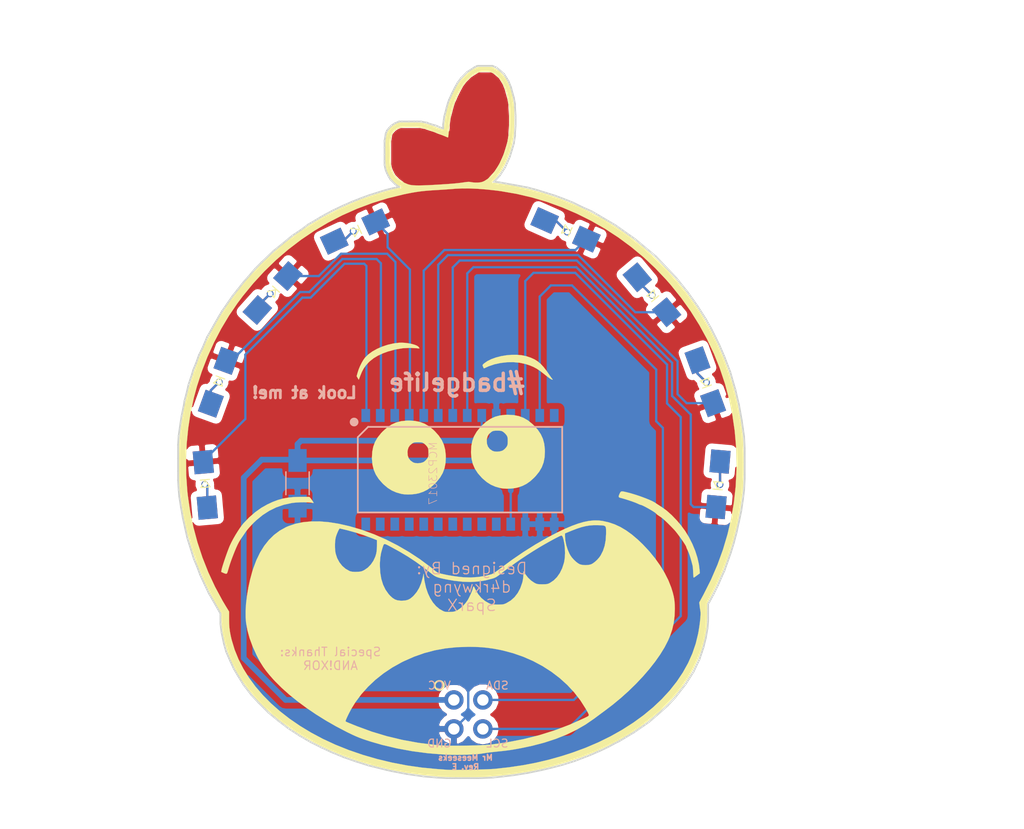
<source format=kicad_pcb>
(kicad_pcb (version 4) (host pcbnew 4.0.7)
  (layers (0 F.Cu signal) (31 B.Cu signal) (34 B.Paste user) (35 F.Paste user) (36 B.SilkS user) (37 F.SilkS user) (38 B.Mask user) (39 F.Mask user) (44 Edge.Cuts user))
  (net 0 "")
  (net 1 +3V3)
  (net 2 GND)
  (net 3 "Net-(D1-Pad2)")
  (net 4 "Net-(D2-Pad2)")
  (net 5 "Net-(D3-Pad2)")
  (net 6 "Net-(D4-Pad2)")
  (net 7 "Net-(D5-Pad2)")
  (net 8 "Net-(D6-Pad2)")
  (net 9 "Net-(D7-Pad2)")
  (net 10 "Net-(D8-Pad2)")
  (net 11 "Net-(R1-Pad1)")
  (net 12 "Net-(R2-Pad1)")
  (net 13 "Net-(R3-Pad1)")
  (net 14 "Net-(R4-Pad1)")
  (net 15 "Net-(R5-Pad1)")
  (net 16 "Net-(R6-Pad1)")
  (net 17 "Net-(R7-Pad1)")
  (net 18 "Net-(R8-Pad1)")
  (net 19 "Net-(R9-Pad1)")
  (net 20 scl)
  (net 21 sda)
  (net 22 "Net-(U1-Pad19)")
  (net 23 "Net-(U1-Pad20)")
  (net 24 "Net-(U1-Pad22)")
  (net 25 "Net-(U1-Pad23)")
  (net 26 "Net-(U1-Pad24)")
  (net 27 "Net-(U1-Pad25)")
  (net 28 "Net-(U1-Pad26)")
  (net 29 "Net-(U1-Pad27)")
  (net 30 "Net-(U1-Pad28)")
  (module mrmeeseeks-addon-design:soldermask (layer F.Cu) (at 99.06 96.52)
    (fp_text reference G*** hide)
    (fp_text value LOGO hide)
  )
  (module mrmeeseeks-design:silkscreen (layer F.Cu) (at 99.05746 96.52254)
    (fp_text reference G*** hide)
    (fp_text value LOGO hide)
  )
  (module mrmeeseeks-addon:Badgelife-Shitty-2x2 (layer F.Cu) (at 99.695 122.174)
    (fp_text reference X1)
    (fp_text value Badgelife_shitty_connector)
    (fp_text user SDA (at 2.54 -2.54) (layer B.SilkS) (effects (font (size 0.7 0.7) (thickness 0.1)) (justify mirror)))
    (fp_text user SCL (at 2.54 2.54) (layer B.SilkS) (effects (font (size 0.7 0.7) (thickness 0.1)) (justify mirror)))
    (fp_text user GND (at -2.54 2.54) (layer B.SilkS) (effects (font (size 0.7 0.7) (thickness 0.1)) (justify mirror)))
    (fp_text user VCC (at -2.54 -2.54) (layer B.SilkS) (effects (font (size 0.7 0.7) (thickness 0.1)) (justify mirror)))
    (pad 4 thru_hole circle (at 1.27 -1.27) (size 1.7 1.7) (drill 1) (layers *.Cu *.Mask) (net 21 sda))
    (pad 3 thru_hole oval (at 1.27 1.27) (size 1.7 1.7) (drill 1) (layers *.Cu *.Mask) (net 20 scl))
    (pad 1 thru_hole oval (at -1.27 -1.27) (size 1.7 1.7) (drill 1) (layers *.Cu *.Mask) (net 1 +3V3))
    (pad 2 thru_hole oval (at -1.27 1.27) (size 1.7 1.7) (drill 1) (layers *.Cu *.Mask) (net 2 GND))
  )
  (module mrmeeseeks-addon:R_1206_HandSoldering_NoSilk (layer B.Cu) (at 115.7732 85.3948 130)
    (fp_text reference R6)
    (fp_text value 220)
    (pad 1 smd rect (at -2 0 130) (size 2 1.7) (layers B.Cu B.Paste B.Mask) (net 16 "Net-(R6-Pad1)"))
    (pad 2 smd rect (at 2 0 130) (size 2 1.7) (layers B.Cu B.Paste B.Mask) (net 8 "Net-(D6-Pad2)"))
  )
  (module mrmeeseeks-addon:R_1206_HandSoldering_NoSilk (layer B.Cu) (at 76.6572 102.0572 275)
    (fp_text reference R1)
    (fp_text value 220)
    (pad 1 smd rect (at -2 0 275) (size 2 1.7) (layers B.Cu B.Paste B.Mask) (net 11 "Net-(R1-Pad1)"))
    (pad 2 smd rect (at 2 0 275) (size 2 1.7) (layers B.Cu B.Paste B.Mask) (net 3 "Net-(D1-Pad2)"))
  )
  (module mrmeeseeks-addon:R_1206_HandSoldering_NoSilk (layer B.Cu) (at 77.8256 93.0656 250)
    (fp_text reference R2)
    (fp_text value 220)
    (pad 1 smd rect (at -2 0 250) (size 2 1.7) (layers B.Cu B.Paste B.Mask) (net 12 "Net-(R2-Pad1)"))
    (pad 2 smd rect (at 2 0 250) (size 2 1.7) (layers B.Cu B.Paste B.Mask) (net 4 "Net-(D2-Pad2)"))
  )
  (module mrmeeseeks-addon:R_1206_HandSoldering_NoSilk (layer B.Cu) (at 82.55 85.2424 228)
    (fp_text reference R3)
    (fp_text value 220)
    (pad 1 smd rect (at -2 0 228) (size 2 1.7) (layers B.Cu B.Paste B.Mask) (net 13 "Net-(R3-Pad1)"))
    (pad 2 smd rect (at 2 0 228) (size 2 1.7) (layers B.Cu B.Paste B.Mask) (net 5 "Net-(D3-Pad2)"))
  )
  (module mrmeeseeks-addon:R_1206_HandSoldering_NoSilk (layer B.Cu) (at 89.7636 79.8576 205)
    (fp_text reference R4)
    (fp_text value 220)
    (pad 1 smd rect (at -2 0 205) (size 2 1.7) (layers B.Cu B.Paste B.Mask) (net 14 "Net-(R4-Pad1)"))
    (pad 2 smd rect (at 2 0 205) (size 2 1.7) (layers B.Cu B.Paste B.Mask) (net 6 "Net-(D4-Pad2)"))
  )
  (module mrmeeseeks-addon:R_1206_HandSoldering_NoSilk (layer B.Cu) (at 108.204 79.7052 156)
    (fp_text reference R5)
    (fp_text value 220)
    (pad 1 smd rect (at -2 0 156) (size 2 1.7) (layers B.Cu B.Paste B.Mask) (net 15 "Net-(R5-Pad1)"))
    (pad 2 smd rect (at 2 0 156) (size 2 1.7) (layers B.Cu B.Paste B.Mask) (net 7 "Net-(D5-Pad2)"))
  )
  (module mrmeeseeks-addon:R_1206_HandSoldering_NoSilk (layer B.Cu) (at 120.4468 93.0148 110)
    (fp_text reference R7)
    (fp_text value 220)
    (pad 1 smd rect (at -2 0 110) (size 2 1.7) (layers B.Cu B.Paste B.Mask) (net 17 "Net-(R7-Pad1)"))
    (pad 2 smd rect (at 2 0 110) (size 2 1.7) (layers B.Cu B.Paste B.Mask) (net 9 "Net-(D7-Pad2)"))
  )
  (module mrmeeseeks-addon:R_1206_HandSoldering_NoSilk (layer B.Cu) (at 121.5644 102.0064 85)
    (fp_text reference R8)
    (fp_text value 220)
    (pad 1 smd rect (at -2 0 85) (size 2 1.7) (layers B.Cu B.Paste B.Mask) (net 18 "Net-(R8-Pad1)"))
    (pad 2 smd rect (at 2 0 85) (size 2 1.7) (layers B.Cu B.Paste B.Mask) (net 10 "Net-(D8-Pad2)"))
  )
  (module mrmeeseeks-addon:LED_1206_HandSoldering_MinSilk (layer F.Cu) (at 76.6572 102.0572 275)
    (fp_text reference D1)
    (fp_text value LED)
    (pad 1 smd rect (at -2 0 275) (size 2 1.7) (layers F.Cu F.Paste F.Mask) (net 2 GND))
    (pad 2 smd rect (at 2 0 275) (size 2 1.7) (layers F.Cu F.Paste F.Mask) (net 3 "Net-(D1-Pad2)"))
  )
  (module mrmeeseeks-addon:LED_1206_HandSoldering_MinSilk (layer F.Cu) (at 77.8256 93.0656 250)
    (fp_text reference D2)
    (fp_text value LED)
    (pad 1 smd rect (at -2 0 250) (size 2 1.7) (layers F.Cu F.Paste F.Mask) (net 2 GND))
    (pad 2 smd rect (at 2 0 250) (size 2 1.7) (layers F.Cu F.Paste F.Mask) (net 4 "Net-(D2-Pad2)"))
  )
  (module mrmeeseeks-addon:LED_1206_HandSoldering_MinSilk (layer F.Cu) (at 82.55 85.2424 228)
    (fp_text reference D3)
    (fp_text value LED)
    (pad 1 smd rect (at -2 0 228) (size 2 1.7) (layers F.Cu F.Paste F.Mask) (net 2 GND))
    (pad 2 smd rect (at 2 0 228) (size 2 1.7) (layers F.Cu F.Paste F.Mask) (net 5 "Net-(D3-Pad2)"))
  )
  (module mrmeeseeks-addon:LED_1206_HandSoldering_MinSilk (layer F.Cu) (at 89.7636 79.8576 205)
    (fp_text reference D4)
    (fp_text value LED)
    (pad 1 smd rect (at -2 0 205) (size 2 1.7) (layers F.Cu F.Paste F.Mask) (net 2 GND))
    (pad 2 smd rect (at 2 0 205) (size 2 1.7) (layers F.Cu F.Paste F.Mask) (net 6 "Net-(D4-Pad2)"))
  )
  (module mrmeeseeks-addon:LED_1206_HandSoldering_MinSilk (layer F.Cu) (at 108.204 79.7052 156)
    (fp_text reference D5)
    (fp_text value LED)
    (pad 1 smd rect (at -2 0 156) (size 2 1.7) (layers F.Cu F.Paste F.Mask) (net 2 GND))
    (pad 2 smd rect (at 2 0 156) (size 2 1.7) (layers F.Cu F.Paste F.Mask) (net 7 "Net-(D5-Pad2)"))
  )
  (module mrmeeseeks-addon:LED_1206_HandSoldering_MinSilk (layer F.Cu) (at 115.7732 85.3948 130)
    (fp_text reference D6)
    (fp_text value LED)
    (pad 1 smd rect (at -2 0 130) (size 2 1.7) (layers F.Cu F.Paste F.Mask) (net 2 GND))
    (pad 2 smd rect (at 2 0 130) (size 2 1.7) (layers F.Cu F.Paste F.Mask) (net 8 "Net-(D6-Pad2)"))
  )
  (module mrmeeseeks-addon:LED_1206_HandSoldering_MinSilk (layer F.Cu) (at 120.4468 93.0148 110)
    (fp_text reference D7)
    (fp_text value LED)
    (pad 1 smd rect (at -2 0 110) (size 2 1.7) (layers F.Cu F.Paste F.Mask) (net 2 GND))
    (pad 2 smd rect (at 2 0 110) (size 2 1.7) (layers F.Cu F.Paste F.Mask) (net 9 "Net-(D7-Pad2)"))
  )
  (module mrmeeseeks-addon:LED_1206_HandSoldering_MinSilk (layer F.Cu) (at 121.5644 102.0064 85)
    (fp_text reference D8)
    (fp_text value LED)
    (pad 1 smd rect (at -2 0 85) (size 2 1.7) (layers F.Cu F.Paste F.Mask) (net 2 GND))
    (pad 2 smd rect (at 2 0 85) (size 2 1.7) (layers F.Cu F.Paste F.Mask) (net 10 "Net-(D8-Pad2)"))
  )
  (module INTERFACE-MCP23017-E_SOIC28_:SOIC28-1.27-17.9X7.5MM (layer B.Cu) (at 98.96348 100.7237)
    (fp_text reference U1)
    (fp_text value MCP23017 (at -2.35561 0.318324 270) (layer B.SilkS) (effects (font (size 0.701821 0.701821) (thickness 0.05)) (justify mirror)))
    (pad 1 smd rect (at -8.255 -4.7498) (size 0.762 1.143) (layers B.Cu B.Paste B.Mask) (net 11 "Net-(R1-Pad1)"))
    (pad 2 smd rect (at -6.985 -4.7498) (size 0.762 1.143) (layers B.Cu B.Paste B.Mask) (net 12 "Net-(R2-Pad1)"))
    (pad 3 smd rect (at -5.715 -4.7498) (size 0.762 1.143) (layers B.Cu B.Paste B.Mask) (net 13 "Net-(R3-Pad1)"))
    (pad 4 smd rect (at -4.445 -4.7498) (size 0.762 1.143) (layers B.Cu B.Paste B.Mask) (net 14 "Net-(R4-Pad1)"))
    (pad 5 smd rect (at -3.175 -4.7498) (size 0.762 1.143) (layers B.Cu B.Paste B.Mask) (net 15 "Net-(R5-Pad1)"))
    (pad 6 smd rect (at -1.905 -4.7498) (size 0.762 1.143) (layers B.Cu B.Paste B.Mask) (net 16 "Net-(R6-Pad1)"))
    (pad 7 smd rect (at -0.635 -4.7498) (size 0.762 1.143) (layers B.Cu B.Paste B.Mask) (net 17 "Net-(R7-Pad1)"))
    (pad 8 smd rect (at 0.635 -4.7498) (size 0.762 1.143) (layers B.Cu B.Paste B.Mask) (net 18 "Net-(R8-Pad1)"))
    (pad 9 smd rect (at 1.905 -4.7498) (size 0.762 1.143) (layers B.Cu B.Paste B.Mask) (net 1 +3V3))
    (pad 10 smd rect (at 3.175 -4.7498) (size 0.762 1.143) (layers B.Cu B.Paste B.Mask) (net 2 GND))
    (pad 12 smd rect (at 5.715 -4.7498) (size 0.762 1.143) (layers B.Cu B.Paste B.Mask) (net 20 scl))
    (pad 11 smd rect (at 4.445 -4.7498) (size 0.762 1.143) (layers B.Cu B.Paste B.Mask))
    (pad 13 smd rect (at 6.985 -4.7498) (size 0.762 1.143) (layers B.Cu B.Paste B.Mask) (net 21 sda))
    (pad 14 smd rect (at 8.255 -4.7498) (size 0.762 1.143) (layers B.Cu B.Paste B.Mask))
    (pad 15 smd rect (at 8.255 4.7752) (size 0.762 1.143) (layers B.Cu B.Paste B.Mask) (net 2 GND))
    (pad 16 smd rect (at 6.985 4.7752) (size 0.762 1.143) (layers B.Cu B.Paste B.Mask) (net 2 GND))
    (pad 17 smd rect (at 5.715 4.7752) (size 0.762 1.143) (layers B.Cu B.Paste B.Mask) (net 2 GND))
    (pad 18 smd rect (at 4.445 4.7752) (size 0.762 1.143) (layers B.Cu B.Paste B.Mask) (net 1 +3V3))
    (pad 19 smd rect (at 3.175 4.7752) (size 0.762 1.143) (layers B.Cu B.Paste B.Mask) (net 22 "Net-(U1-Pad19)"))
    (pad 20 smd rect (at 1.905 4.7752) (size 0.762 1.143) (layers B.Cu B.Paste B.Mask) (net 23 "Net-(U1-Pad20)"))
    (pad 21 smd rect (at 0.635 4.7752) (size 0.762 1.143) (layers B.Cu B.Paste B.Mask) (net 19 "Net-(R9-Pad1)"))
    (pad 22 smd rect (at -0.635 4.7752) (size 0.762 1.143) (layers B.Cu B.Paste B.Mask) (net 24 "Net-(U1-Pad22)"))
    (pad 23 smd rect (at -1.905 4.7752) (size 0.762 1.143) (layers B.Cu B.Paste B.Mask) (net 25 "Net-(U1-Pad23)"))
    (pad 24 smd rect (at -3.175 4.7752) (size 0.762 1.143) (layers B.Cu B.Paste B.Mask) (net 26 "Net-(U1-Pad24)"))
    (pad 25 smd rect (at -4.445 4.7752) (size 0.762 1.143) (layers B.Cu B.Paste B.Mask) (net 27 "Net-(U1-Pad25)"))
    (pad 26 smd rect (at -5.715 4.7752) (size 0.762 1.143) (layers B.Cu B.Paste B.Mask) (net 28 "Net-(U1-Pad26)"))
    (pad 27 smd rect (at -6.985 4.7752) (size 0.762 1.143) (layers B.Cu B.Paste B.Mask) (net 29 "Net-(U1-Pad27)"))
    (pad 28 smd rect (at -8.255 4.7752) (size 0.762 1.143) (layers B.Cu B.Paste B.Mask) (net 30 "Net-(U1-Pad28)"))
  )
  (module Capacitors_SMD:C_1206_HandSoldering (layer B.Cu) (at 84.7344 101.9175 270)
    (fp_text reference C1)
    (fp_text value 0.1uf)
    (pad 1 smd rect (at -2 0 270) (size 2 1.6) (layers B.Cu B.Paste B.Mask) (net 1 +3V3))
    (pad 2 smd rect (at 2 0 270) (size 2 1.6) (layers B.Cu B.Paste B.Mask) (net 2 GND))
  )
  (module mrmeeseeks-design:smwyg (layer B.Cu) (at 109.22 113.792 180)
    (fp_text reference G*** hide)
    (fp_text value LOGO hide)
  )
  (gr_text "Look at me!" (at 85.344 93.98) (layer B.SilkS) (effects (font (size 1 1) (thickness 0.25)) (justify mirror)))
  (gr_text "Mr Meeseeks\nRev. E" (at 99.441 126.365) (layer B.SilkS) (effects (font (size 0.5 0.5) (thickness 0.125)) (justify mirror)))
  (gr_text "#badgelife" (at 98.679 93.091) (layer B.SilkS) (effects (font (size 1.5 1.5) (thickness 0.3)) (justify mirror)))
  (gr_text "Special Thanks:\nAND!XOR" (at 87.61984 117.29212) (layer B.SilkS) (effects (font (size 0.75 0.75) (thickness 0.1)) (justify mirror)))
  (gr_text "Designed By:\nd4rkwyng\nSparX" (at 100 111) (layer B.SilkS) (effects (font (size 1 1) (thickness 0.1)) (justify mirror)))
  (gr_line (start 110.49 78.0796) (end 110.8456 78.2828) (angle 90) (layer Edge.Cuts) (width 0.15))
  (gr_line (start 109.474 77.6224) (end 110.49 78.0796) (angle 90) (layer Edge.Cuts) (width 0.15))
  (gr_line (start 108.8644 77.3176) (end 109.474 77.6224) (angle 90) (layer Edge.Cuts) (width 0.15))
  (gr_line (start 108.1024 77.0128) (end 108.8644 77.3176) (angle 90) (layer Edge.Cuts) (width 0.15))
  (gr_line (start 107.2896 76.708) (end 108.1024 77.0128) (angle 90) (layer Edge.Cuts) (width 0.15))
  (gr_line (start 106.4768 76.454) (end 107.2896 76.708) (angle 90) (layer Edge.Cuts) (width 0.15))
  (gr_line (start 105.664 76.2) (end 106.4768 76.454) (angle 90) (layer Edge.Cuts) (width 0.15))
  (gr_line (start 104.902 75.9968) (end 105.664 76.2) (angle 90) (layer Edge.Cuts) (width 0.15))
  (gr_line (start 103.8352 75.7936) (end 104.902 75.9968) (angle 90) (layer Edge.Cuts) (width 0.15))
  (gr_line (start 102.9716 75.6412) (end 103.8352 75.7936) (angle 90) (layer Edge.Cuts) (width 0.15))
  (gr_line (start 102.4128 75.5396) (end 102.9716 75.6412) (angle 90) (layer Edge.Cuts) (width 0.15))
  (gr_line (start 101.9556 75.4888) (end 102.4128 75.5396) (angle 90) (layer Edge.Cuts) (width 0.15))
  (gr_line (start 102.4636 74.93) (end 101.9556 75.4888) (angle 90) (layer Edge.Cuts) (width 0.15))
  (gr_line (start 102.9208 74.2188) (end 102.4636 74.93) (angle 90) (layer Edge.Cuts) (width 0.15))
  (gr_line (start 103.124 73.7616) (end 102.9208 74.2188) (angle 90) (layer Edge.Cuts) (width 0.15))
  (gr_line (start 103.3272 73.3044) (end 103.124 73.7616) (angle 90) (layer Edge.Cuts) (width 0.15))
  (gr_line (start 103.5304 72.644) (end 103.3272 73.3044) (angle 90) (layer Edge.Cuts) (width 0.15))
  (gr_line (start 103.6828 72.136) (end 103.5304 72.644) (angle 90) (layer Edge.Cuts) (width 0.15))
  (gr_line (start 103.7844 71.4756) (end 103.6828 72.136) (angle 90) (layer Edge.Cuts) (width 0.15))
  (gr_line (start 103.7844 71.2216) (end 103.7844 71.4756) (angle 90) (layer Edge.Cuts) (width 0.15))
  (gr_line (start 103.8352 70.5612) (end 103.7844 71.2216) (angle 90) (layer Edge.Cuts) (width 0.15))
  (gr_line (start 103.8352 69.9008) (end 103.8352 70.5612) (angle 90) (layer Edge.Cuts) (width 0.15))
  (gr_line (start 103.8352 69.6976) (end 103.8352 69.9008) (angle 90) (layer Edge.Cuts) (width 0.15))
  (gr_line (start 103.7844 68.9864) (end 103.8352 69.6976) (angle 90) (layer Edge.Cuts) (width 0.15))
  (gr_line (start 103.7844 68.6816) (end 103.7844 68.9864) (angle 90) (layer Edge.Cuts) (width 0.15))
  (gr_line (start 103.6828 68.1228) (end 103.7844 68.6816) (angle 90) (layer Edge.Cuts) (width 0.15))
  (gr_line (start 103.5812 67.7672) (end 103.6828 68.1228) (angle 90) (layer Edge.Cuts) (width 0.15))
  (gr_line (start 103.4288 67.2084) (end 103.5812 67.7672) (angle 90) (layer Edge.Cuts) (width 0.15))
  (gr_line (start 103.2256 66.7004) (end 103.4288 67.2084) (angle 90) (layer Edge.Cuts) (width 0.15))
  (gr_line (start 103.0732 66.4464) (end 103.2256 66.7004) (angle 90) (layer Edge.Cuts) (width 0.15))
  (gr_line (start 102.8192 66.04) (end 103.0732 66.4464) (angle 90) (layer Edge.Cuts) (width 0.15))
  (gr_line (start 102.4636 65.7352) (end 102.8192 66.04) (angle 90) (layer Edge.Cuts) (width 0.15))
  (gr_line (start 102.1588 65.4812) (end 102.4636 65.7352) (angle 90) (layer Edge.Cuts) (width 0.15))
  (gr_line (start 101.8032 65.3288) (end 102.1588 65.4812) (angle 90) (layer Edge.Cuts) (width 0.15))
  (gr_line (start 100.4824 65.3288) (end 101.8032 65.3288) (angle 90) (layer Edge.Cuts) (width 0.15))
  (gr_line (start 100.2792 65.4304) (end 100.4824 65.3288) (angle 90) (layer Edge.Cuts) (width 0.15))
  (gr_line (start 99.8728 65.6844) (end 100.2792 65.4304) (angle 90) (layer Edge.Cuts) (width 0.15))
  (gr_line (start 99.568 65.8876) (end 99.8728 65.6844) (angle 90) (layer Edge.Cuts) (width 0.15))
  (gr_line (start 99.06 66.3956) (end 99.568 65.8876) (angle 90) (layer Edge.Cuts) (width 0.15))
  (gr_line (start 98.7552 66.802) (end 99.06 66.3956) (angle 90) (layer Edge.Cuts) (width 0.15))
  (gr_line (start 98.5012 67.2592) (end 98.7552 66.802) (angle 90) (layer Edge.Cuts) (width 0.15))
  (gr_line (start 98.2472 67.7672) (end 98.5012 67.2592) (angle 90) (layer Edge.Cuts) (width 0.15))
  (gr_line (start 98.0948 68.1228) (end 98.2472 67.7672) (angle 90) (layer Edge.Cuts) (width 0.15))
  (gr_line (start 97.9932 68.326) (end 98.0948 68.1228) (angle 90) (layer Edge.Cuts) (width 0.15))
  (gr_line (start 97.8916 68.6308) (end 97.9932 68.326) (angle 90) (layer Edge.Cuts) (width 0.15))
  (gr_line (start 97.79 68.9864) (end 97.8916 68.6308) (angle 90) (layer Edge.Cuts) (width 0.15))
  (gr_line (start 97.6884 69.3928) (end 97.79 68.9864) (angle 90) (layer Edge.Cuts) (width 0.15))
  (gr_line (start 97.5868 69.7484) (end 97.6884 69.3928) (angle 90) (layer Edge.Cuts) (width 0.15))
  (gr_line (start 97.536 70.104) (end 97.5868 69.7484) (angle 90) (layer Edge.Cuts) (width 0.15))
  (gr_line (start 97.4852 70.4596) (end 97.536 70.104) (angle 90) (layer Edge.Cuts) (width 0.15))
  (gr_line (start 97.4852 70.8152) (end 97.4852 70.4596) (angle 90) (layer Edge.Cuts) (width 0.15))
  (gr_line (start 97.3328 70.7644) (end 97.4852 70.8152) (angle 90) (layer Edge.Cuts) (width 0.15))
  (gr_line (start 97.1804 70.7136) (end 97.3328 70.7644) (angle 90) (layer Edge.Cuts) (width 0.15))
  (gr_line (start 96.9772 70.612) (end 97.1804 70.7136) (angle 90) (layer Edge.Cuts) (width 0.15))
  (gr_line (start 96.8248 70.5612) (end 96.9772 70.612) (angle 90) (layer Edge.Cuts) (width 0.15))
  (gr_line (start 96.4692 70.4596) (end 96.8248 70.5612) (angle 90) (layer Edge.Cuts) (width 0.15))
  (gr_line (start 96.1644 70.358) (end 96.4692 70.4596) (angle 90) (layer Edge.Cuts) (width 0.15))
  (gr_line (start 96.0628 70.3072) (end 96.1644 70.358) (angle 90) (layer Edge.Cuts) (width 0.15))
  (gr_line (start 95.758 70.2564) (end 96.0628 70.3072) (angle 90) (layer Edge.Cuts) (width 0.15))
  (gr_line (start 95.5548 70.2056) (end 95.758 70.2564) (angle 90) (layer Edge.Cuts) (width 0.15))
  (gr_line (start 95.1992 70.2056) (end 95.5548 70.2056) (angle 90) (layer Edge.Cuts) (width 0.15))
  (gr_line (start 94.9452 70.2056) (end 95.1992 70.2056) (angle 90) (layer Edge.Cuts) (width 0.15))
  (gr_line (start 94.488 70.2056) (end 94.9452 70.2056) (angle 90) (layer Edge.Cuts) (width 0.15))
  (gr_line (start 93.8784 70.2056) (end 94.488 70.2056) (angle 90) (layer Edge.Cuts) (width 0.15))
  (gr_line (start 93.6244 70.2056) (end 93.8784 70.2056) (angle 90) (layer Edge.Cuts) (width 0.15))
  (gr_line (start 93.5228 70.2564) (end 93.6244 70.2056) (angle 90) (layer Edge.Cuts) (width 0.15))
  (gr_line (start 93.2688 70.358) (end 93.5228 70.2564) (angle 90) (layer Edge.Cuts) (width 0.15))
  (gr_line (start 92.964 70.5612) (end 93.2688 70.358) (angle 90) (layer Edge.Cuts) (width 0.15))
  (gr_line (start 92.7608 70.7644) (end 92.964 70.5612) (angle 90) (layer Edge.Cuts) (width 0.15))
  (gr_line (start 92.5576 71.0184) (end 92.7608 70.7644) (angle 90) (layer Edge.Cuts) (width 0.15))
  (gr_line (start 92.456 71.2724) (end 92.5576 71.0184) (angle 90) (layer Edge.Cuts) (width 0.15))
  (gr_line (start 92.4052 71.628) (end 92.456 71.2724) (angle 90) (layer Edge.Cuts) (width 0.15))
  (gr_line (start 92.3544 71.882) (end 92.4052 71.628) (angle 90) (layer Edge.Cuts) (width 0.15))
  (gr_line (start 92.3544 71.9836) (end 92.3544 71.882) (angle 90) (layer Edge.Cuts) (width 0.15))
  (gr_line (start 92.3544 72.4916) (end 92.3544 71.9836) (angle 90) (layer Edge.Cuts) (width 0.15))
  (gr_line (start 92.3544 73.1012) (end 92.3544 72.4916) (angle 90) (layer Edge.Cuts) (width 0.15))
  (gr_line (start 92.3544 73.66) (end 92.3544 73.1012) (angle 90) (layer Edge.Cuts) (width 0.15))
  (gr_line (start 92.3544 74.0156) (end 92.3544 73.66) (angle 90) (layer Edge.Cuts) (width 0.15))
  (gr_line (start 92.4052 74.2696) (end 92.3544 74.0156) (angle 90) (layer Edge.Cuts) (width 0.15))
  (gr_line (start 92.456 74.4728) (end 92.4052 74.2696) (angle 90) (layer Edge.Cuts) (width 0.15))
  (gr_line (start 92.5576 74.7268) (end 92.456 74.4728) (angle 90) (layer Edge.Cuts) (width 0.15))
  (gr_line (start 92.71 75.0316) (end 92.5576 74.7268) (angle 90) (layer Edge.Cuts) (width 0.15))
  (gr_line (start 92.8624 75.2856) (end 92.71 75.0316) (angle 90) (layer Edge.Cuts) (width 0.15))
  (gr_line (start 92.964 75.3872) (end 92.8624 75.2856) (angle 90) (layer Edge.Cuts) (width 0.15))
  (gr_line (start 93.2688 75.692) (end 92.964 75.3872) (angle 90) (layer Edge.Cuts) (width 0.15))
  (gr_line (start 93.472 75.8444) (end 93.2688 75.692) (angle 90) (layer Edge.Cuts) (width 0.15))
  (gr_line (start 93.6244 75.946) (end 93.472 75.8444) (angle 90) (layer Edge.Cuts) (width 0.15))
  (gr_line (start 93.1164 76.0476) (end 93.6244 75.946) (angle 90) (layer Edge.Cuts) (width 0.15))
  (gr_line (start 92.5068 76.2) (end 93.1164 76.0476) (angle 90) (layer Edge.Cuts) (width 0.15))
  (gr_line (start 91.8464 76.4032) (end 92.5068 76.2) (angle 90) (layer Edge.Cuts) (width 0.15))
  (gr_line (start 91.0336 76.6572) (end 91.8464 76.4032) (angle 90) (layer Edge.Cuts) (width 0.15))
  (gr_line (start 90.4748 76.8604) (end 91.0336 76.6572) (angle 90) (layer Edge.Cuts) (width 0.15))
  (gr_line (start 90.2208 76.962) (end 90.4748 76.8604) (angle 90) (layer Edge.Cuts) (width 0.15))
  (gr_line (start 89.5604 77.216) (end 90.2208 76.962) (angle 90) (layer Edge.Cuts) (width 0.15))
  (gr_line (start 88.7476 77.5716) (end 89.5604 77.216) (angle 90) (layer Edge.Cuts) (width 0.15))
  (gr_line (start 87.884 77.978) (end 88.7476 77.5716) (angle 90) (layer Edge.Cuts) (width 0.15))
  (gr_line (start 87.122 78.3844) (end 87.884 77.978) (angle 90) (layer Edge.Cuts) (width 0.15))
  (gr_line (start 86.7664 78.5876) (end 87.122 78.3844) (angle 90) (layer Edge.Cuts) (width 0.15))
  (gr_line (start 86.2584 78.8924) (end 86.7664 78.5876) (angle 90) (layer Edge.Cuts) (width 0.15))
  (gr_line (start 85.6488 79.248) (end 86.2584 78.8924) (angle 90) (layer Edge.Cuts) (width 0.15))
  (gr_line (start 85.0392 79.7052) (end 85.6488 79.248) (angle 90) (layer Edge.Cuts) (width 0.15))
  (gr_line (start 84.2772 80.2132) (end 85.0392 79.7052) (angle 90) (layer Edge.Cuts) (width 0.15))
  (gr_line (start 83.4136 80.9244) (end 84.2772 80.2132) (angle 90) (layer Edge.Cuts) (width 0.15))
  (gr_line (start 82.6516 81.534) (end 83.4136 80.9244) (angle 90) (layer Edge.Cuts) (width 0.15))
  (gr_line (start 81.5848 82.55) (end 82.6516 81.534) (angle 90) (layer Edge.Cuts) (width 0.15))
  (gr_line (start 81.026 83.1088) (end 81.5848 82.55) (angle 90) (layer Edge.Cuts) (width 0.15))
  (gr_line (start 80.4164 83.82) (end 81.026 83.1088) (angle 90) (layer Edge.Cuts) (width 0.15))
  (gr_line (start 80.01 84.2772) (end 80.4164 83.82) (angle 90) (layer Edge.Cuts) (width 0.15))
  (gr_line (start 79.4512 84.9884) (end 80.01 84.2772) (angle 90) (layer Edge.Cuts) (width 0.15))
  (gr_line (start 79.0448 85.4964) (end 79.4512 84.9884) (angle 90) (layer Edge.Cuts) (width 0.15))
  (gr_line (start 78.5876 86.1568) (end 79.0448 85.4964) (angle 90) (layer Edge.Cuts) (width 0.15))
  (gr_line (start 78.1304 86.8172) (end 78.5876 86.1568) (angle 90) (layer Edge.Cuts) (width 0.15))
  (gr_line (start 77.8256 87.3252) (end 78.1304 86.8172) (angle 90) (layer Edge.Cuts) (width 0.15))
  (gr_line (start 77.4192 88.0364) (end 77.8256 87.3252) (angle 90) (layer Edge.Cuts) (width 0.15))
  (gr_line (start 77.1652 88.4936) (end 77.4192 88.0364) (angle 90) (layer Edge.Cuts) (width 0.15))
  (gr_line (start 76.8096 89.1032) (end 77.1652 88.4936) (angle 90) (layer Edge.Cuts) (width 0.15))
  (gr_line (start 76.5556 89.7128) (end 76.8096 89.1032) (angle 90) (layer Edge.Cuts) (width 0.15))
  (gr_line (start 76.4032 90.0684) (end 76.5556 89.7128) (angle 90) (layer Edge.Cuts) (width 0.15))
  (gr_line (start 76.3524 90.17) (end 76.4032 90.0684) (angle 90) (layer Edge.Cuts) (width 0.15))
  (gr_line (start 76.0984 90.678) (end 76.3524 90.17) (angle 90) (layer Edge.Cuts) (width 0.15))
  (gr_line (start 75.8444 91.3892) (end 76.0984 90.678) (angle 90) (layer Edge.Cuts) (width 0.15))
  (gr_line (start 75.5904 91.9988) (end 75.8444 91.3892) (angle 90) (layer Edge.Cuts) (width 0.15))
  (gr_line (start 75.4888 92.3544) (end 75.5904 91.9988) (angle 90) (layer Edge.Cuts) (width 0.15))
  (gr_line (start 75.184 93.2688) (end 75.4888 92.3544) (angle 90) (layer Edge.Cuts) (width 0.15))
  (gr_line (start 74.9808 94.1324) (end 75.184 93.2688) (angle 90) (layer Edge.Cuts) (width 0.15))
  (gr_line (start 74.8284 94.6912) (end 74.9808 94.1324) (angle 90) (layer Edge.Cuts) (width 0.15))
  (gr_line (start 74.7776 95.0468) (end 74.8284 94.6912) (angle 90) (layer Edge.Cuts) (width 0.15))
  (gr_line (start 74.5744 96.012) (end 74.7776 95.0468) (angle 90) (layer Edge.Cuts) (width 0.15))
  (gr_line (start 74.4728 96.6724) (end 74.5744 96.012) (angle 90) (layer Edge.Cuts) (width 0.15))
  (gr_line (start 74.3204 97.7392) (end 74.4728 96.6724) (angle 90) (layer Edge.Cuts) (width 0.15))
  (gr_line (start 74.2696 98.552) (end 74.3204 97.7392) (angle 90) (layer Edge.Cuts) (width 0.15))
  (gr_line (start 74.2696 99.7204) (end 74.2696 98.552) (angle 90) (layer Edge.Cuts) (width 0.15))
  (gr_line (start 74.2696 100.838) (end 74.2696 99.7204) (angle 90) (layer Edge.Cuts) (width 0.15))
  (gr_line (start 74.2696 101.6508) (end 74.2696 100.838) (angle 90) (layer Edge.Cuts) (width 0.15))
  (gr_line (start 74.3204 102.5144) (end 74.2696 101.6508) (angle 90) (layer Edge.Cuts) (width 0.15))
  (gr_line (start 74.3712 103.0732) (end 74.3204 102.5144) (angle 90) (layer Edge.Cuts) (width 0.15))
  (gr_line (start 74.5236 104.0384) (end 74.3712 103.0732) (angle 90) (layer Edge.Cuts) (width 0.15))
  (gr_line (start 74.6252 104.5972) (end 74.5236 104.0384) (angle 90) (layer Edge.Cuts) (width 0.15))
  (gr_line (start 74.676 104.902) (end 74.6252 104.5972) (angle 90) (layer Edge.Cuts) (width 0.15))
  (gr_line (start 74.8792 105.8164) (end 74.676 104.902) (angle 90) (layer Edge.Cuts) (width 0.15))
  (gr_line (start 75.0824 106.7308) (end 74.8792 105.8164) (angle 90) (layer Edge.Cuts) (width 0.15))
  (gr_line (start 75.3872 107.696) (end 75.0824 106.7308) (angle 90) (layer Edge.Cuts) (width 0.15))
  (gr_line (start 75.6412 108.5088) (end 75.3872 107.696) (angle 90) (layer Edge.Cuts) (width 0.15))
  (gr_line (start 75.9968 109.3724) (end 75.6412 108.5088) (angle 90) (layer Edge.Cuts) (width 0.15))
  (gr_line (start 76.2 109.9312) (end 75.9968 109.3724) (angle 90) (layer Edge.Cuts) (width 0.15))
  (gr_line (start 76.5556 110.6932) (end 76.2 109.9312) (angle 90) (layer Edge.Cuts) (width 0.15))
  (gr_line (start 76.962 111.5568) (end 76.5556 110.6932) (angle 90) (layer Edge.Cuts) (width 0.15))
  (gr_line (start 77.3176 112.1664) (end 76.962 111.5568) (angle 90) (layer Edge.Cuts) (width 0.15))
  (gr_line (start 77.724 112.8776) (end 77.3176 112.1664) (angle 90) (layer Edge.Cuts) (width 0.15))
  (gr_line (start 77.978 113.3348) (end 77.724 112.8776) (angle 90) (layer Edge.Cuts) (width 0.15))
  (gr_line (start 77.978 113.4872) (end 77.978 113.3348) (angle 90) (layer Edge.Cuts) (width 0.15))
  (gr_line (start 77.978 114.2492) (end 77.978 113.4872) (angle 90) (layer Edge.Cuts) (width 0.15))
  (gr_line (start 78.0796 115.0112) (end 77.978 114.2492) (angle 90) (layer Edge.Cuts) (width 0.15))
  (gr_line (start 78.2828 115.9764) (end 78.0796 115.0112) (angle 90) (layer Edge.Cuts) (width 0.15))
  (gr_line (start 78.486 116.6876) (end 78.2828 115.9764) (angle 90) (layer Edge.Cuts) (width 0.15))
  (gr_line (start 78.8416 117.5004) (end 78.486 116.6876) (angle 90) (layer Edge.Cuts) (width 0.15))
  (gr_line (start 79.1464 118.1608) (end 78.8416 117.5004) (angle 90) (layer Edge.Cuts) (width 0.15))
  (gr_line (start 79.502 118.7704) (end 79.1464 118.1608) (angle 90) (layer Edge.Cuts) (width 0.15))
  (gr_line (start 80.01 119.5832) (end 79.502 118.7704) (angle 90) (layer Edge.Cuts) (width 0.15))
  (gr_line (start 80.6704 120.4468) (end 80.01 119.5832) (angle 90) (layer Edge.Cuts) (width 0.15))
  (gr_line (start 81.3308 121.158) (end 80.6704 120.4468) (angle 90) (layer Edge.Cuts) (width 0.15))
  (gr_line (start 81.8388 121.666) (end 81.3308 121.158) (angle 90) (layer Edge.Cuts) (width 0.15))
  (gr_line (start 82.1944 122.0216) (end 81.8388 121.666) (angle 90) (layer Edge.Cuts) (width 0.15))
  (gr_line (start 83.058 122.7328) (end 82.1944 122.0216) (angle 90) (layer Edge.Cuts) (width 0.15))
  (gr_line (start 83.9216 123.3932) (end 83.058 122.7328) (angle 90) (layer Edge.Cuts) (width 0.15))
  (gr_line (start 84.9376 124.0536) (end 83.9216 123.3932) (angle 90) (layer Edge.Cuts) (width 0.15))
  (gr_line (start 85.9028 124.6124) (end 84.9376 124.0536) (angle 90) (layer Edge.Cuts) (width 0.15))
  (gr_line (start 86.8172 125.0696) (end 85.9028 124.6124) (angle 90) (layer Edge.Cuts) (width 0.15))
  (gr_line (start 87.6808 125.476) (end 86.8172 125.0696) (angle 90) (layer Edge.Cuts) (width 0.15))
  (gr_line (start 88.7984 125.9332) (end 87.6808 125.476) (angle 90) (layer Edge.Cuts) (width 0.15))
  (gr_line (start 89.8144 126.2888) (end 88.7984 125.9332) (angle 90) (layer Edge.Cuts) (width 0.15))
  (gr_line (start 90.932 126.6444) (end 89.8144 126.2888) (angle 90) (layer Edge.Cuts) (width 0.15))
  (gr_line (start 91.3384 126.746) (end 90.932 126.6444) (angle 90) (layer Edge.Cuts) (width 0.15))
  (gr_line (start 91.7448 126.8476) (end 91.3384 126.746) (angle 90) (layer Edge.Cuts) (width 0.15))
  (gr_line (start 92.5576 127.0508) (end 91.7448 126.8476) (angle 90) (layer Edge.Cuts) (width 0.15))
  (gr_line (start 93.0148 127.1524) (end 92.5576 127.0508) (angle 90) (layer Edge.Cuts) (width 0.15))
  (gr_line (start 94.3356 127.4064) (end 93.0148 127.1524) (angle 90) (layer Edge.Cuts) (width 0.15))
  (gr_line (start 95.758 127.6096) (end 94.3356 127.4064) (angle 90) (layer Edge.Cuts) (width 0.15))
  (gr_line (start 96.9264 127.7112) (end 95.758 127.6096) (angle 90) (layer Edge.Cuts) (width 0.15))
  (gr_line (start 97.8408 127.762) (end 96.9264 127.7112) (angle 90) (layer Edge.Cuts) (width 0.15))
  (gr_line (start 98.0948 127.762) (end 97.8408 127.762) (angle 90) (layer Edge.Cuts) (width 0.15))
  (gr_line (start 98.6028 127.762) (end 98.0948 127.762) (angle 90) (layer Edge.Cuts) (width 0.15))
  (gr_line (start 99.7712 127.762) (end 98.6028 127.762) (angle 90) (layer Edge.Cuts) (width 0.15))
  (gr_line (start 100.6856 127.762) (end 99.7712 127.762) (angle 90) (layer Edge.Cuts) (width 0.15))
  (gr_line (start 101.854 127.7112) (end 100.6856 127.762) (angle 90) (layer Edge.Cuts) (width 0.15))
  (gr_line (start 102.7684 127.6096) (end 101.854 127.7112) (angle 90) (layer Edge.Cuts) (width 0.15))
  (gr_line (start 103.632 127.508) (end 102.7684 127.6096) (angle 90) (layer Edge.Cuts) (width 0.15))
  (gr_line (start 104.902 127.3048) (end 103.632 127.508) (angle 90) (layer Edge.Cuts) (width 0.15))
  (gr_line (start 106.1212 127.0508) (end 104.902 127.3048) (angle 90) (layer Edge.Cuts) (width 0.15))
  (gr_line (start 106.9848 126.8476) (end 106.1212 127.0508) (angle 90) (layer Edge.Cuts) (width 0.15))
  (gr_line (start 107.95 126.5936) (end 106.9848 126.8476) (angle 90) (layer Edge.Cuts) (width 0.15))
  (gr_line (start 109.0676 126.238) (end 107.95 126.5936) (angle 90) (layer Edge.Cuts) (width 0.15))
  (gr_line (start 110.3884 125.73) (end 109.0676 126.238) (angle 90) (layer Edge.Cuts) (width 0.15))
  (gr_line (start 111.2012 125.3744) (end 110.3884 125.73) (angle 90) (layer Edge.Cuts) (width 0.15))
  (gr_line (start 111.9632 125.0188) (end 111.2012 125.3744) (angle 90) (layer Edge.Cuts) (width 0.15))
  (gr_line (start 112.4204 124.7648) (end 111.9632 125.0188) (angle 90) (layer Edge.Cuts) (width 0.15))
  (gr_line (start 112.9284 124.5108) (end 112.4204 124.7648) (angle 90) (layer Edge.Cuts) (width 0.15))
  (gr_line (start 113.4364 124.206) (end 112.9284 124.5108) (angle 90) (layer Edge.Cuts) (width 0.15))
  (gr_line (start 114.1984 123.7488) (end 113.4364 124.206) (angle 90) (layer Edge.Cuts) (width 0.15))
  (gr_line (start 115.0112 123.19) (end 114.1984 123.7488) (angle 90) (layer Edge.Cuts) (width 0.15))
  (gr_line (start 115.5192 122.8344) (end 115.0112 123.19) (angle 90) (layer Edge.Cuts) (width 0.15))
  (gr_line (start 116.2304 122.2248) (end 115.5192 122.8344) (angle 90) (layer Edge.Cuts) (width 0.15))
  (gr_line (start 117.1448 121.412) (end 116.2304 122.2248) (angle 90) (layer Edge.Cuts) (width 0.15))
  (gr_line (start 117.8052 120.7008) (end 117.1448 121.412) (angle 90) (layer Edge.Cuts) (width 0.15))
  (gr_line (start 118.7196 119.5324) (end 117.8052 120.7008) (angle 90) (layer Edge.Cuts) (width 0.15))
  (gr_line (start 119.0752 118.9736) (end 118.7196 119.5324) (angle 90) (layer Edge.Cuts) (width 0.15))
  (gr_line (start 119.4308 118.4148) (end 119.0752 118.9736) (angle 90) (layer Edge.Cuts) (width 0.15))
  (gr_line (start 119.9388 117.348) (end 119.4308 118.4148) (angle 90) (layer Edge.Cuts) (width 0.15))
  (gr_line (start 120.142 116.7384) (end 119.9388 117.348) (angle 90) (layer Edge.Cuts) (width 0.15))
  (gr_line (start 120.2944 116.2812) (end 120.142 116.7384) (angle 90) (layer Edge.Cuts) (width 0.15))
  (gr_line (start 120.4976 115.4684) (end 120.2944 116.2812) (angle 90) (layer Edge.Cuts) (width 0.15))
  (gr_line (start 120.65 114.6048) (end 120.4976 115.4684) (angle 90) (layer Edge.Cuts) (width 0.15))
  (gr_line (start 120.7008 113.9952) (end 120.65 114.6048) (angle 90) (layer Edge.Cuts) (width 0.15))
  (gr_line (start 120.7008 112.9284) (end 120.7008 113.9952) (angle 90) (layer Edge.Cuts) (width 0.15))
  (gr_line (start 120.7008 112.4712) (end 120.7008 112.9284) (angle 90) (layer Edge.Cuts) (width 0.15))
  (gr_line (start 120.8024 112.3188) (end 120.7008 112.4712) (angle 90) (layer Edge.Cuts) (width 0.15))
  (gr_line (start 121.158 111.6584) (end 120.8024 112.3188) (angle 90) (layer Edge.Cuts) (width 0.15))
  (gr_line (start 121.5644 110.8456) (end 121.158 111.6584) (angle 90) (layer Edge.Cuts) (width 0.15))
  (gr_line (start 121.8692 110.1344) (end 121.5644 110.8456) (angle 90) (layer Edge.Cuts) (width 0.15))
  (gr_line (start 122.1232 109.5756) (end 121.8692 110.1344) (angle 90) (layer Edge.Cuts) (width 0.15))
  (gr_line (start 122.3772 108.8644) (end 122.1232 109.5756) (angle 90) (layer Edge.Cuts) (width 0.15))
  (gr_line (start 122.682 108.0008) (end 122.3772 108.8644) (angle 90) (layer Edge.Cuts) (width 0.15))
  (gr_line (start 122.936 107.188) (end 122.682 108.0008) (angle 90) (layer Edge.Cuts) (width 0.15))
  (gr_line (start 123.19 106.2228) (end 122.936 107.188) (angle 90) (layer Edge.Cuts) (width 0.15))
  (gr_line (start 123.3932 105.3084) (end 123.19 106.2228) (angle 90) (layer Edge.Cuts) (width 0.15))
  (gr_line (start 123.5964 104.3432) (end 123.3932 105.3084) (angle 90) (layer Edge.Cuts) (width 0.15))
  (gr_line (start 123.7488 103.3272) (end 123.5964 104.3432) (angle 90) (layer Edge.Cuts) (width 0.15))
  (gr_line (start 123.8504 102.5144) (end 123.7488 103.3272) (angle 90) (layer Edge.Cuts) (width 0.15))
  (gr_line (start 123.9012 101.4984) (end 123.8504 102.5144) (angle 90) (layer Edge.Cuts) (width 0.15))
  (gr_line (start 123.9012 101.1936) (end 123.9012 101.4984) (angle 90) (layer Edge.Cuts) (width 0.15))
  (gr_line (start 123.9012 100.076) (end 123.9012 101.1936) (angle 90) (layer Edge.Cuts) (width 0.15))
  (gr_line (start 123.9012 98.8568) (end 123.9012 100.076) (angle 90) (layer Edge.Cuts) (width 0.15))
  (gr_line (start 123.8504 97.8408) (end 123.9012 98.8568) (angle 90) (layer Edge.Cuts) (width 0.15))
  (gr_line (start 123.7488 97.1296) (end 123.8504 97.8408) (angle 90) (layer Edge.Cuts) (width 0.15))
  (gr_line (start 123.6472 96.4184) (end 123.7488 97.1296) (angle 90) (layer Edge.Cuts) (width 0.15))
  (gr_line (start 123.5456 95.8596) (end 123.6472 96.4184) (angle 90) (layer Edge.Cuts) (width 0.15))
  (gr_line (start 123.3932 94.996) (end 123.5456 95.8596) (angle 90) (layer Edge.Cuts) (width 0.15))
  (gr_line (start 123.2408 94.3864) (end 123.3932 94.996) (angle 90) (layer Edge.Cuts) (width 0.15))
  (gr_line (start 123.0884 93.726) (end 123.2408 94.3864) (angle 90) (layer Edge.Cuts) (width 0.15))
  (gr_line (start 122.936 93.218) (end 123.0884 93.726) (angle 90) (layer Edge.Cuts) (width 0.15))
  (gr_line (start 122.6312 92.1512) (end 122.936 93.218) (angle 90) (layer Edge.Cuts) (width 0.15))
  (gr_line (start 122.1232 90.8304) (end 122.6312 92.1512) (angle 90) (layer Edge.Cuts) (width 0.15))
  (gr_line (start 121.666 89.7636) (end 122.1232 90.8304) (angle 90) (layer Edge.Cuts) (width 0.15))
  (gr_line (start 121.3612 89.154) (end 121.666 89.7636) (angle 90) (layer Edge.Cuts) (width 0.15))
  (gr_line (start 120.9548 88.3412) (end 121.3612 89.154) (angle 90) (layer Edge.Cuts) (width 0.15))
  (gr_line (start 120.4976 87.5284) (end 120.9548 88.3412) (angle 90) (layer Edge.Cuts) (width 0.15))
  (gr_line (start 119.7864 86.4108) (end 120.4976 87.5284) (angle 90) (layer Edge.Cuts) (width 0.15))
  (gr_line (start 118.9228 85.1916) (end 119.7864 86.4108) (angle 90) (layer Edge.Cuts) (width 0.15))
  (gr_line (start 117.9068 83.9216) (end 118.9228 85.1916) (angle 90) (layer Edge.Cuts) (width 0.15))
  (gr_line (start 116.1288 82.042) (end 117.9068 83.9216) (angle 90) (layer Edge.Cuts) (width 0.15))
  (gr_line (start 114.3 80.518) (end 116.1288 82.042) (angle 90) (layer Edge.Cuts) (width 0.15))
  (gr_line (start 112.5728 79.2988) (end 114.3 80.518) (angle 90) (layer Edge.Cuts) (width 0.15))
  (gr_line (start 110.8456 78.2828) (end 112.5728 79.2988) (angle 90) (layer Edge.Cuts) (width 0.15))
  (segment (start 103.40848 102.54996) (end 103.40848 102.22738) (width 0.5) (layer B.Cu) (net 1))
  (segment (start 101.0986 99.9175) (end 84.7344 99.9175) (width 0.5) (layer B.Cu) (net 1))
  (segment (start 103.40848 102.22738) (end 101.0986 99.9175) (width 0.5) (layer B.Cu) (net 1))
  (segment (start 84.7344 99.9175) (end 84.7344 98.4885) (width 0.5) (layer B.Cu) (net 1))
  (segment (start 84.7344 98.4885) (end 85.0392 98.1837) (width 0.5) (layer B.Cu) (net 1))
  (segment (start 85.0392 98.1837) (end 100.1649 98.1837) (width 0.5) (layer B.Cu) (net 1))
  (segment (start 100.1649 98.1837) (end 100.8126 97.536) (width 0.5) (layer B.Cu) (net 1))
  (segment (start 100.86848 95.9739) (end 100.86848 97.37344) (width 0.2) (layer B.Cu) (net 1))
  (segment (start 100.86848 97.37344) (end 100.86848 97.41408) (width 0.2) (layer B.Cu) (net 1))
  (segment (start 98.425 120.904) (end 83.68792 120.904) (width 0.5) (layer B.Cu) (net 1))
  (segment (start 83.68792 120.904) (end 80.02016 117.23624) (width 0.5) (layer B.Cu) (net 1))
  (segment (start 80.02016 117.23624) (end 80.02016 101.4222) (width 0.5) (layer B.Cu) (net 1))
  (segment (start 80.02016 101.4222) (end 81.59344 99.84892) (width 0.5) (layer B.Cu) (net 1))
  (segment (start 81.59344 99.84892) (end 84.7725 99.84892) (width 0.5) (layer B.Cu) (net 1))
  (segment (start 103.40848 105.4989) (end 103.40848 102.54996) (width 0.2) (layer B.Cu) (net 1))
  (segment (start 103.40848 102.54996) (end 103.40848 102.47884) (width 0.2) (layer B.Cu) (net 1))
  (segment (start 103.40848 102.47884) (end 103.4034 102.47376) (width 0.2) (layer B.Cu) (net 1))
  (segment (start 102.13848 95.9739) (end 102.13848 97.68078) (width 0.2) (layer B.Cu) (net 2))
  (segment (start 84.7344 105.6132) (end 84.7344 103.9175) (width 0.2) (layer B.Cu) (net 2))
  (segment (start 87.0966 107.9754) (end 84.7344 105.6132) (width 0.2) (layer B.Cu) (net 2))
  (segment (start 107.3658 107.9754) (end 87.0966 107.9754) (width 0.2) (layer B.Cu) (net 2))
  (segment (start 109.0803 106.2609) (end 107.3658 107.9754) (width 0.2) (layer B.Cu) (net 2))
  (segment (start 109.0803 100.0125) (end 109.0803 106.2609) (width 0.2) (layer B.Cu) (net 2))
  (segment (start 107.7849 98.7171) (end 109.0803 100.0125) (width 0.2) (layer B.Cu) (net 2))
  (segment (start 103.1748 98.7171) (end 107.7849 98.7171) (width 0.2) (layer B.Cu) (net 2))
  (segment (start 102.13848 97.68078) (end 103.1748 98.7171) (width 0.2) (layer B.Cu) (net 2))
  (segment (start 104.67848 105.4989) (end 104.67848 106.54792) (width 0.2) (layer B.Cu) (net 2))
  (segment (start 88.6013 103.9175) (end 84.7344 103.9175) (width 0.2) (layer B.Cu) (net 2))
  (segment (start 89.0016 104.3178) (end 88.6013 103.9175) (width 0.2) (layer B.Cu) (net 2))
  (segment (start 89.0016 106.9086) (end 89.0016 104.3178) (width 0.2) (layer B.Cu) (net 2))
  (segment (start 89.535 107.442) (end 89.0016 106.9086) (width 0.2) (layer B.Cu) (net 2))
  (segment (start 103.7844 107.442) (end 89.535 107.442) (width 0.2) (layer B.Cu) (net 2))
  (segment (start 104.67848 106.54792) (end 103.7844 107.442) (width 0.2) (layer B.Cu) (net 2))
  (segment (start 98.425 123.444) (end 98.44278 123.444) (width 0.2) (layer B.Cu) (net 2))
  (segment (start 98.44278 123.444) (end 99.68484 122.20194) (width 0.2) (layer B.Cu) (net 2))
  (segment (start 99.68484 122.20194) (end 99.68484 119.96928) (width 0.2) (layer B.Cu) (net 2))
  (segment (start 99.68484 119.96928) (end 99.21494 119.49938) (width 0.2) (layer B.Cu) (net 2))
  (segment (start 99.21494 119.49938) (end 84.35086 119.49938) (width 0.2) (layer B.Cu) (net 2))
  (segment (start 84.35086 119.49938) (end 81.3816 116.53012) (width 0.2) (layer B.Cu) (net 2))
  (segment (start 81.3816 116.53012) (end 81.3816 104.7369) (width 0.2) (layer B.Cu) (net 2))
  (segment (start 81.3816 104.7369) (end 82.26958 103.84892) (width 0.2) (layer B.Cu) (net 2))
  (segment (start 82.26958 103.84892) (end 84.7344 103.84892) (width 0.2) (layer B.Cu) (net 2))
  (segment (start 107.21848 105.4989) (end 105.94848 105.4989) (width 0.2) (layer B.Cu) (net 2))
  (segment (start 105.94848 105.4989) (end 104.67848 105.4989) (width 0.2) (layer B.Cu) (net 2))
  (segment (start 76.831511 104.049589) (end 76.831511 102.231511) (width 0.2) (layer B.Cu) (net 3))
  (segment (start 76.831511 102.231511) (end 76.831511 104.049589) (width 0.2) (layer F.Cu) (net 3))
  (segment (start 76.61148 102.01148) (end 76.831511 102.231511) (width 0.2) (layer F.Cu) (net 3))
  (via (at 76.61148 102.01148) (size 0.6) (drill 0.4) (layers F.Cu B.Cu) (net 3))
  (segment (start 76.831511 102.231511) (end 76.61148 102.01148) (width 0.2) (layer B.Cu) (net 3))
  (segment (start 76.831511 102.053711) (end 76.7334 101.9556) (width 0.2) (layer B.Cu) (net 3))
  (segment (start 76.7334 101.9556) (end 76.831511 102.053711) (width 0.2) (layer F.Cu) (net 3))
  (segment (start 77.14156 94.944985) (end 77.14156 93.76996) (width 0.2) (layer F.Cu) (net 4))
  (segment (start 77.14156 93.76996) (end 77.14156 94.944985) (width 0.2) (layer B.Cu) (net 4))
  (segment (start 77.87132 93.0402) (end 77.14156 93.76996) (width 0.2) (layer B.Cu) (net 4))
  (via (at 77.87132 93.0402) (size 0.6) (drill 0.4) (layers F.Cu B.Cu) (net 4))
  (segment (start 77.14156 93.76996) (end 77.87132 93.0402) (width 0.2) (layer F.Cu) (net 4))
  (segment (start 81.211739 86.72869) (end 81.211739 86.433341) (width 0.2) (layer B.Cu) (net 5))
  (segment (start 81.211739 86.433341) (end 82.33664 85.30844) (width 0.2) (layer B.Cu) (net 5))
  (via (at 82.33664 85.30844) (size 0.6) (drill 0.4) (layers F.Cu B.Cu) (net 5))
  (segment (start 82.33664 85.30844) (end 81.211739 86.433341) (width 0.2) (layer F.Cu) (net 5))
  (segment (start 81.211739 86.433341) (end 81.211739 86.72869) (width 0.2) (layer F.Cu) (net 5))
  (segment (start 87.950984 80.702837) (end 88.730403 80.702837) (width 0.2) (layer B.Cu) (net 6))
  (segment (start 88.730403 80.702837) (end 89.6112 79.82204) (width 0.2) (layer B.Cu) (net 6))
  (via (at 89.6112 79.82204) (size 0.6) (drill 0.4) (layers F.Cu B.Cu) (net 6))
  (segment (start 89.6112 79.82204) (end 88.730403 80.702837) (width 0.2) (layer F.Cu) (net 6))
  (segment (start 88.730403 80.702837) (end 87.950984 80.702837) (width 0.2) (layer F.Cu) (net 6))
  (segment (start 106.376909 78.891727) (end 107.349887 78.891727) (width 0.2) (layer B.Cu) (net 7))
  (segment (start 107.349887 78.891727) (end 108.3564 79.89824) (width 0.2) (layer B.Cu) (net 7))
  (via (at 108.3564 79.89824) (size 0.6) (drill 0.4) (layers F.Cu B.Cu) (net 7))
  (segment (start 108.3564 79.89824) (end 107.349887 78.891727) (width 0.2) (layer F.Cu) (net 7))
  (segment (start 107.349887 78.891727) (end 106.376909 78.891727) (width 0.2) (layer F.Cu) (net 7))
  (segment (start 114.487625 83.862711) (end 114.487625 84.144785) (width 0.2) (layer B.Cu) (net 8))
  (segment (start 114.487625 84.144785) (end 115.78336 85.44052) (width 0.2) (layer B.Cu) (net 8))
  (via (at 115.78336 85.44052) (size 0.6) (drill 0.4) (layers F.Cu B.Cu) (net 8))
  (segment (start 115.78336 85.44052) (end 114.487625 84.144785) (width 0.2) (layer F.Cu) (net 8))
  (segment (start 114.487625 84.144785) (end 114.487625 83.862711) (width 0.2) (layer F.Cu) (net 8))
  (segment (start 119.76276 91.135415) (end 119.76276 92.2952) (width 0.2) (layer B.Cu) (net 9))
  (segment (start 119.76276 92.2952) (end 119.76276 91.135415) (width 0.2) (layer F.Cu) (net 9))
  (segment (start 120.5484 93.08084) (end 119.76276 92.2952) (width 0.2) (layer F.Cu) (net 9))
  (via (at 120.5484 93.08084) (size 0.6) (drill 0.4) (layers F.Cu B.Cu) (net 9))
  (segment (start 119.76276 92.2952) (end 120.5484 93.08084) (width 0.2) (layer B.Cu) (net 9))
  (via (at 121.73204 102.0318) (size 0.6) (drill 0.4) (layers F.Cu B.Cu) (net 10))
  (segment (start 121.738711 100.014011) (end 121.738711 102.025129) (width 0.2) (layer B.Cu) (net 10))
  (segment (start 121.738711 102.025129) (end 121.73204 102.0318) (width 0.2) (layer B.Cu) (net 10))
  (segment (start 121.73204 102.0318) (end 121.738711 102.025129) (width 0.2) (layer F.Cu) (net 10))
  (segment (start 121.738711 102.025129) (end 121.738711 100.014011) (width 0.2) (layer F.Cu) (net 10))
  (segment (start 90.7669 96.0247) (end 90.7669 82.87004) (width 0.2) (layer B.Cu) (net 11))
  (segment (start 80.1624 96.28124) (end 76.334339 100.109301) (width 0.2) (layer B.Cu) (net 11))
  (segment (start 80.1624 90.64244) (end 80.1624 96.28124) (width 0.2) (layer B.Cu) (net 11))
  (segment (start 85.15604 85.6488) (end 80.1624 90.64244) (width 0.2) (layer B.Cu) (net 11))
  (segment (start 85.8774 85.6488) (end 85.15604 85.6488) (width 0.2) (layer B.Cu) (net 11))
  (segment (start 88.8492 82.677) (end 85.8774 85.6488) (width 0.2) (layer B.Cu) (net 11))
  (segment (start 90.57386 82.677) (end 88.8492 82.677) (width 0.2) (layer B.Cu) (net 11))
  (segment (start 90.7669 82.87004) (end 90.57386 82.677) (width 0.2) (layer B.Cu) (net 11))
  (segment (start 92.0369 96.0247) (end 92.0369 82.64144) (width 0.2) (layer B.Cu) (net 12))
  (segment (start 84.963 85.15604) (end 78.932825 91.186215) (width 0.2) (layer B.Cu) (net 12))
  (segment (start 85.76564 85.15604) (end 84.963 85.15604) (width 0.2) (layer B.Cu) (net 12))
  (segment (start 88.66124 82.26044) (end 85.76564 85.15604) (width 0.2) (layer B.Cu) (net 12))
  (segment (start 91.6559 82.26044) (end 88.66124 82.26044) (width 0.2) (layer B.Cu) (net 12))
  (segment (start 92.0369 82.64144) (end 91.6559 82.26044) (width 0.2) (layer B.Cu) (net 12))
  (segment (start 78.932825 91.186215) (end 78.50964 91.186215) (width 0.2) (layer B.Cu) (net 12))
  (segment (start 93.3069 96.0247) (end 93.3069 82.52206) (width 0.2) (layer B.Cu) (net 13))
  (segment (start 86.59153 83.75611) (end 83.888261 83.75611) (width 0.2) (layer B.Cu) (net 13))
  (segment (start 88.5444 81.80324) (end 86.59153 83.75611) (width 0.2) (layer B.Cu) (net 13))
  (segment (start 92.58808 81.80324) (end 88.5444 81.80324) (width 0.2) (layer B.Cu) (net 13))
  (segment (start 93.3069 82.52206) (end 92.58808 81.80324) (width 0.2) (layer B.Cu) (net 13))
  (segment (start 94.5769 96.0247) (end 94.5769 83.18754) (width 0.2) (layer B.Cu) (net 14))
  (segment (start 92.62364 80.059787) (end 91.576216 79.012363) (width 0.2) (layer B.Cu) (net 14))
  (segment (start 92.62364 81.23428) (end 92.62364 80.059787) (width 0.2) (layer B.Cu) (net 14))
  (segment (start 94.5769 83.18754) (end 92.62364 81.23428) (width 0.2) (layer B.Cu) (net 14))
  (segment (start 95.78848 95.9739) (end 95.78848 83.28152) (width 0.2) (layer B.Cu) (net 15))
  (segment (start 109.076724 81.47304) (end 110.031091 80.518673) (width 0.2) (layer B.Cu) (net 15))
  (segment (start 97.59696 81.47304) (end 109.076724 81.47304) (width 0.2) (layer B.Cu) (net 15))
  (segment (start 95.78848 83.28152) (end 97.59696 81.47304) (width 0.2) (layer B.Cu) (net 15))
  (segment (start 97.05848 95.9739) (end 97.05848 82.76336) (width 0.2) (layer B.Cu) (net 16))
  (segment (start 114.320789 86.926889) (end 117.058775 86.926889) (width 0.2) (layer B.Cu) (net 16))
  (segment (start 109.31398 81.92008) (end 114.320789 86.926889) (width 0.2) (layer B.Cu) (net 16))
  (segment (start 97.90176 81.92008) (end 109.31398 81.92008) (width 0.2) (layer B.Cu) (net 16))
  (segment (start 97.05848 82.76336) (end 97.90176 81.92008) (width 0.2) (layer B.Cu) (net 16))
  (segment (start 98.32848 95.9739) (end 98.32848 83.00212) (width 0.2) (layer B.Cu) (net 17))
  (segment (start 118.810825 94.894185) (end 121.13084 94.894185) (width 0.2) (layer B.Cu) (net 17))
  (segment (start 118.01856 94.10192) (end 118.810825 94.894185) (width 0.2) (layer B.Cu) (net 17))
  (segment (start 118.01856 91.2241) (end 118.01856 94.10192) (width 0.2) (layer B.Cu) (net 17))
  (segment (start 109.18952 82.39506) (end 118.01856 91.2241) (width 0.2) (layer B.Cu) (net 17))
  (segment (start 98.93554 82.39506) (end 109.18952 82.39506) (width 0.2) (layer B.Cu) (net 17))
  (segment (start 98.32848 83.00212) (end 98.93554 82.39506) (width 0.2) (layer B.Cu) (net 17))
  (segment (start 99.59848 95.9739) (end 99.59848 83.52028) (width 0.2) (layer B.Cu) (net 18))
  (segment (start 119.421669 103.998789) (end 121.390089 103.998789) (width 0.2) (layer B.Cu) (net 18))
  (segment (start 119.1768 103.75392) (end 119.421669 103.998789) (width 0.2) (layer B.Cu) (net 18))
  (segment (start 119.1768 95.8977) (end 119.1768 103.75392) (width 0.2) (layer B.Cu) (net 18))
  (segment (start 117.5385 94.2594) (end 119.1768 95.8977) (width 0.2) (layer B.Cu) (net 18))
  (segment (start 117.5385 91.35872) (end 117.5385 94.2594) (width 0.2) (layer B.Cu) (net 18))
  (segment (start 109.16158 82.9818) (end 117.5385 91.35872) (width 0.2) (layer B.Cu) (net 18))
  (segment (start 100.13696 82.9818) (end 109.16158 82.9818) (width 0.2) (layer B.Cu) (net 18))
  (segment (start 99.59848 83.52028) (end 100.13696 82.9818) (width 0.2) (layer B.Cu) (net 18))
  (segment (start 100.965 123.444) (end 108.40212 123.444) (width 0.2) (layer B.Cu) (net 20))
  (segment (start 104.67848 84.19592) (end 104.67848 95.9739) (width 0.2) (layer B.Cu) (net 20))
  (segment (start 105.39984 83.47456) (end 104.67848 84.19592) (width 0.2) (layer B.Cu) (net 20))
  (segment (start 109.05744 83.47456) (end 105.39984 83.47456) (width 0.2) (layer B.Cu) (net 20))
  (segment (start 117.09654 91.51366) (end 109.05744 83.47456) (width 0.2) (layer B.Cu) (net 20))
  (segment (start 117.09654 94.91218) (end 117.09654 91.51366) (width 0.2) (layer B.Cu) (net 20))
  (segment (start 118.29796 96.1136) (end 117.09654 94.91218) (width 0.2) (layer B.Cu) (net 20))
  (segment (start 118.29796 113.54816) (end 118.29796 96.1136) (width 0.2) (layer B.Cu) (net 20))
  (segment (start 108.40212 123.444) (end 118.29796 113.54816) (width 0.2) (layer B.Cu) (net 20))
  (segment (start 105.94848 95.9739) (end 105.94848 85.55228) (width 0.2) (layer B.Cu) (net 21))
  (segment (start 108.93044 120.904) (end 100.965 120.904) (width 0.2) (layer B.Cu) (net 21))
  (segment (start 116.73332 113.10112) (end 108.93044 120.904) (width 0.2) (layer B.Cu) (net 21))
  (segment (start 116.73332 97.06356) (end 116.73332 113.10112) (width 0.2) (layer B.Cu) (net 21))
  (segment (start 116.14658 96.47682) (end 116.73332 97.06356) (width 0.2) (layer B.Cu) (net 21))
  (segment (start 116.14658 91.95054) (end 116.14658 96.47682) (width 0.2) (layer B.Cu) (net 21))
  (segment (start 108.77042 84.57438) (end 116.14658 91.95054) (width 0.2) (layer B.Cu) (net 21))
  (segment (start 106.92638 84.57438) (end 108.77042 84.57438) (width 0.2) (layer B.Cu) (net 21))
  (segment (start 105.94848 85.55228) (end 106.92638 84.57438) (width 0.2) (layer B.Cu) (net 21))
  (zone (net 2) (net_name GND) (layer F.Cu) (connect_pads (clearance 0.508)) (min_thickness 0.254) (fill yes (arc_segments 16) (thermal_gap 0.508) (thermal_bridge_width 0.508))
    (polygon (pts (xy 100.965 64.77) (xy 72.136 64.77) (xy 72.136 130.683) (xy 129.413 130.683) (xy 129.413 64.262) (xy 129.159 64.262)))
  )
  (zone (net 2) (net_name GND) (layer B.Cu) (connect_pads (clearance 0.508)) (min_thickness 0.254) (fill yes (arc_segments 16) (thermal_gap 0.508) (thermal_bridge_width 0.508))
    (polygon (pts (xy 71.374 63.119) (xy 71.374 132.207) (xy 128.27 132.207) (xy 128.27 64.262) (xy 128.778 64.262)))
  )
)
</source>
